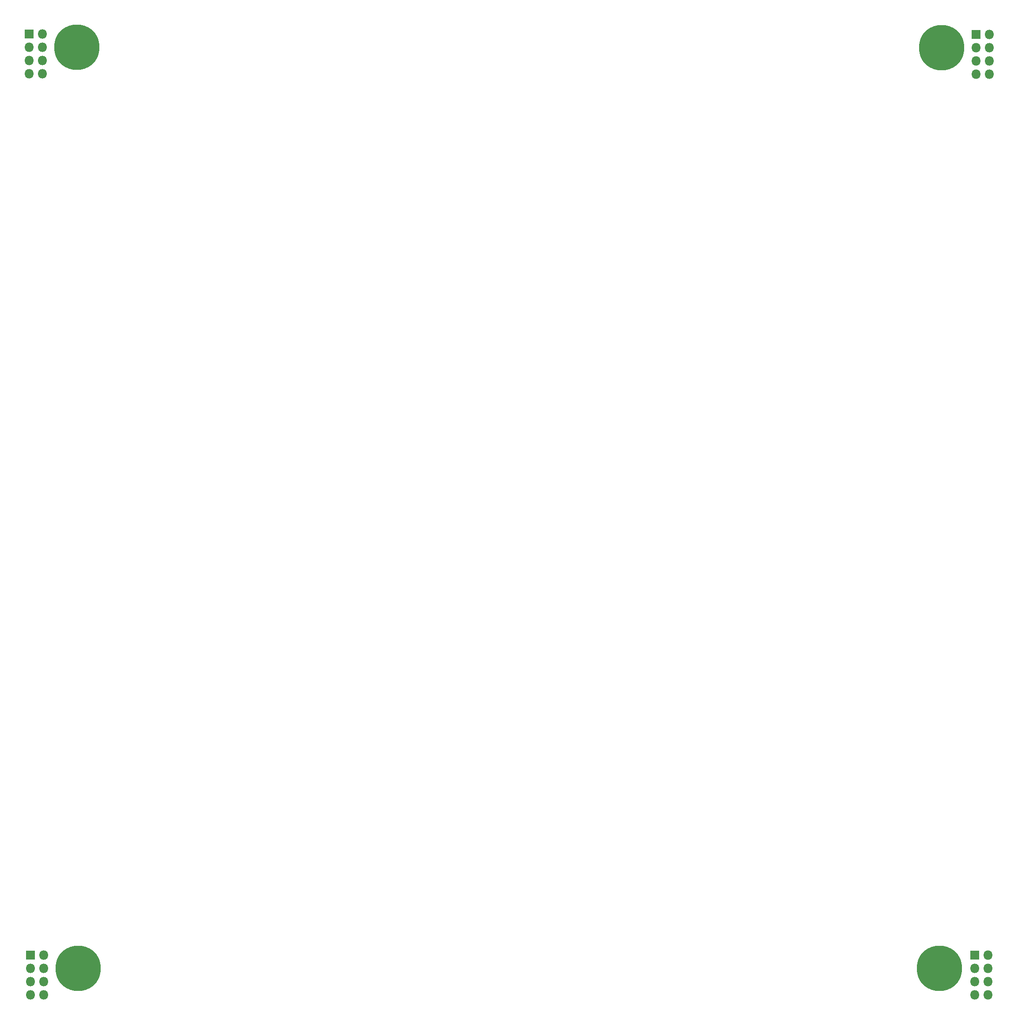
<source format=gbr>
%TF.GenerationSoftware,KiCad,Pcbnew,5.1.6-c6e7f7d~87~ubuntu18.04.1*%
%TF.CreationDate,2020-08-16T10:59:55+02:00*%
%TF.ProjectId,Elektronik,456c656b-7472-46f6-9e69-6b2e6b696361,rev?*%
%TF.SameCoordinates,Original*%
%TF.FileFunction,Soldermask,Top*%
%TF.FilePolarity,Negative*%
%FSLAX46Y46*%
G04 Gerber Fmt 4.6, Leading zero omitted, Abs format (unit mm)*
G04 Created by KiCad (PCBNEW 5.1.6-c6e7f7d~87~ubuntu18.04.1) date 2020-08-16 10:59:55*
%MOMM*%
%LPD*%
G01*
G04 APERTURE LIST*
%ADD10C,1.000000*%
%ADD11C,8.700000*%
%ADD12O,1.800000X1.800000*%
%ADD13R,1.800000X1.800000*%
G04 APERTURE END LIST*
D10*
%TO.C,H4*%
X218053419Y-203840581D03*
X215773000Y-202896000D03*
X213492581Y-203840581D03*
X212548000Y-206121000D03*
X213492581Y-208401419D03*
X215773000Y-209346000D03*
X218053419Y-208401419D03*
X218998000Y-206121000D03*
D11*
X215773000Y-206121000D03*
%TD*%
D10*
%TO.C,H3*%
X52826419Y-203840581D03*
X50546000Y-202896000D03*
X48265581Y-203840581D03*
X47321000Y-206121000D03*
X48265581Y-208401419D03*
X50546000Y-209346000D03*
X52826419Y-208401419D03*
X53771000Y-206121000D03*
D11*
X50546000Y-206121000D03*
%TD*%
D10*
%TO.C,H2*%
X218434419Y-27310581D03*
X216154000Y-26366000D03*
X213873581Y-27310581D03*
X212929000Y-29591000D03*
X213873581Y-31871419D03*
X216154000Y-32816000D03*
X218434419Y-31871419D03*
X219379000Y-29591000D03*
D11*
X216154000Y-29591000D03*
%TD*%
D10*
%TO.C,H1*%
X52572419Y-27183581D03*
X50292000Y-26239000D03*
X48011581Y-27183581D03*
X47067000Y-29464000D03*
X48011581Y-31744419D03*
X50292000Y-32689000D03*
X52572419Y-31744419D03*
X53517000Y-29464000D03*
D11*
X50292000Y-29464000D03*
%TD*%
D12*
%TO.C,J4*%
X225044000Y-211201000D03*
X222504000Y-211201000D03*
X225044000Y-208661000D03*
X222504000Y-208661000D03*
X225044000Y-206121000D03*
X222504000Y-206121000D03*
X225044000Y-203581000D03*
D13*
X222504000Y-203581000D03*
%TD*%
D12*
%TO.C,J3*%
X43942000Y-211201000D03*
X41402000Y-211201000D03*
X43942000Y-208661000D03*
X41402000Y-208661000D03*
X43942000Y-206121000D03*
X41402000Y-206121000D03*
X43942000Y-203581000D03*
D13*
X41402000Y-203581000D03*
%TD*%
D12*
%TO.C,J2*%
X225298000Y-34671000D03*
X222758000Y-34671000D03*
X225298000Y-32131000D03*
X222758000Y-32131000D03*
X225298000Y-29591000D03*
X222758000Y-29591000D03*
X225298000Y-27051000D03*
D13*
X222758000Y-27051000D03*
%TD*%
D12*
%TO.C,J1*%
X43688000Y-34544000D03*
X41148000Y-34544000D03*
X43688000Y-32004000D03*
X41148000Y-32004000D03*
X43688000Y-29464000D03*
X41148000Y-29464000D03*
X43688000Y-26924000D03*
D13*
X41148000Y-26924000D03*
%TD*%
M02*

</source>
